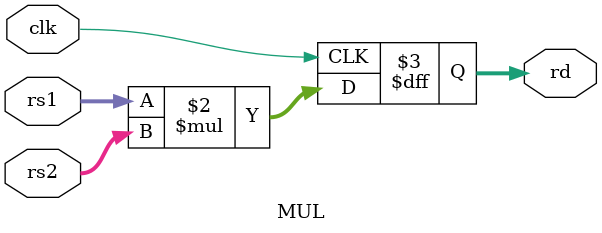
<source format=v>
module MUL
(
    input [53:0]rs1,
    input [53:0]rs2,
    input clk,
    output reg [107:0]rd
);
always @(posedge clk)
    rd<=rs1*rs2;


endmodule


</source>
